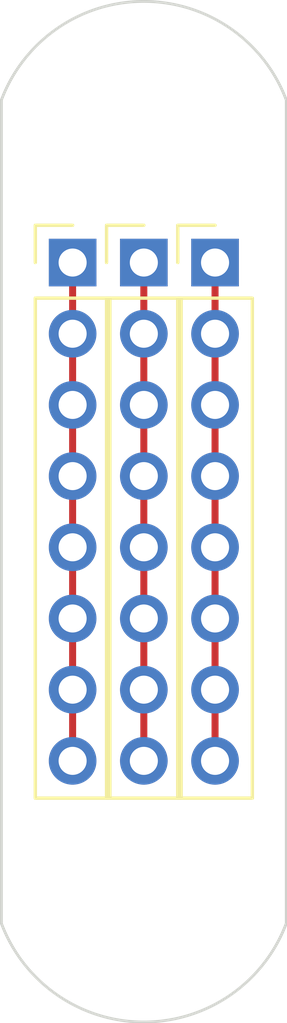
<source format=kicad_pcb>
(kicad_pcb (version 20221018) (generator pcbnew)
  (layers (0 "F.Cu" signal) (31 "B.Cu" signal) (34 "B.Paste" user) (35 "F.Paste" user) (36 "B.SilkS" user "B.Silkscreen") (37 "F.SilkS" user "F.Silkscreen") (38 "B.Mask" user) (39 "F.Mask" user) (44 "Edge.Cuts" user))
  (net 0 "")
  (net 1 "Net-(J1-Pin_1)")
  (net 2 "Net-(J2-Pin_1)")
  (net 3 "Net-(J3-Pin_1)")
  (footprint "Connector_PinHeader_2.54mm:PinHeader_1x08_P2.54mm_Vertical" (layer "F.Cu") (at 115.08 60)
    (fp_text reference "J3" hide)
    (fp_text value "Conn_01x08_Pin" hide)
    (fp_line (start -1.33 -1.33) (end 0 -1.33) (stroke (width 0.12)) (layer "F.SilkS"))
    (fp_line (start -1.33 0) (end -1.33 -1.33) (stroke (width 0.12)) (layer "F.SilkS"))
    (fp_line (start -1.33 1.27) (end -1.33 19.11) (stroke (width 0.12)) (layer "F.SilkS"))
    (fp_line (start -1.33 1.27) (end 1.33 1.27) (stroke (width 0.12)) (layer "F.SilkS"))
    (fp_line (start -1.33 19.11) (end 1.33 19.11) (stroke (width 0.12)) (layer "F.SilkS"))
    (fp_line (start 1.33 1.27) (end 1.33 19.11) (stroke (width 0.12)) (layer "F.SilkS"))
    (pad "1" thru_hole rect (at 0 0) (size 1.7 1.7) (drill 1) (layers "*.Cu" "*.Mask") (net 3 "Net-(J3-Pin_1)"))
    (pad "2" thru_hole oval (at 0 2.54) (size 1.7 1.7) (drill 1) (layers "*.Cu" "*.Mask") (net 3 "Net-(J3-Pin_1)"))
    (pad "3" thru_hole oval (at 0 5.08) (size 1.7 1.7) (drill 1) (layers "*.Cu" "*.Mask") (net 3 "Net-(J3-Pin_1)"))
    (pad "4" thru_hole oval (at 0 7.62) (size 1.7 1.7) (drill 1) (layers "*.Cu" "*.Mask") (net 3 "Net-(J3-Pin_1)"))
    (pad "5" thru_hole oval (at 0 10.16) (size 1.7 1.7) (drill 1) (layers "*.Cu" "*.Mask") (net 3 "Net-(J3-Pin_1)"))
    (pad "6" thru_hole oval (at 0 12.7) (size 1.7 1.7) (drill 1) (layers "*.Cu" "*.Mask") (net 3 "Net-(J3-Pin_1)"))
    (pad "7" thru_hole oval (at 0 15.24) (size 1.7 1.7) (drill 1) (layers "*.Cu" "*.Mask") (net 3 "Net-(J3-Pin_1)"))
    (pad "8" thru_hole oval (at 0 17.78) (size 1.7 1.7) (drill 1) (layers "*.Cu" "*.Mask") (net 3 "Net-(J3-Pin_1)"))
  )
  (footprint "MountingHole:MountingHole_2.7mm_M2.5" (layer "F.Cu") (at 112.54 54.92)
    (fp_text reference "H1" hide)
    (fp_text value "MountingHole" hide)
    (pad "" np_thru_hole circle (at 0 0) (size 2.7 2.7) (drill 2.7) (layers "*.Cu" "*.Mask"))
  )
  (footprint "Connector_PinHeader_2.54mm:PinHeader_1x08_P2.54mm_Vertical" (layer "F.Cu") (at 112.54 60)
    (fp_text reference "J2" hide)
    (fp_text value "Conn_01x08_Pin" hide)
    (fp_line (start -1.33 -1.33) (end 0 -1.33) (stroke (width 0.12)) (layer "F.SilkS"))
    (fp_line (start -1.33 0) (end -1.33 -1.33) (stroke (width 0.12)) (layer "F.SilkS"))
    (fp_line (start -1.33 1.27) (end -1.33 19.11) (stroke (width 0.12)) (layer "F.SilkS"))
    (fp_line (start -1.33 1.27) (end 1.33 1.27) (stroke (width 0.12)) (layer "F.SilkS"))
    (fp_line (start -1.33 19.11) (end 1.33 19.11) (stroke (width 0.12)) (layer "F.SilkS"))
    (fp_line (start 1.33 1.27) (end 1.33 19.11) (stroke (width 0.12)) (layer "F.SilkS"))
    (pad "1" thru_hole rect (at 0 0) (size 1.7 1.7) (drill 1) (layers "*.Cu" "*.Mask") (net 2 "Net-(J2-Pin_1)"))
    (pad "2" thru_hole oval (at 0 2.54) (size 1.7 1.7) (drill 1) (layers "*.Cu" "*.Mask") (net 2 "Net-(J2-Pin_1)"))
    (pad "3" thru_hole oval (at 0 5.08) (size 1.7 1.7) (drill 1) (layers "*.Cu" "*.Mask") (net 2 "Net-(J2-Pin_1)"))
    (pad "4" thru_hole oval (at 0 7.62) (size 1.7 1.7) (drill 1) (layers "*.Cu" "*.Mask") (net 2 "Net-(J2-Pin_1)"))
    (pad "5" thru_hole oval (at 0 10.16) (size 1.7 1.7) (drill 1) (layers "*.Cu" "*.Mask") (net 2 "Net-(J2-Pin_1)"))
    (pad "6" thru_hole oval (at 0 12.7) (size 1.7 1.7) (drill 1) (layers "*.Cu" "*.Mask") (net 2 "Net-(J2-Pin_1)"))
    (pad "7" thru_hole oval (at 0 15.24) (size 1.7 1.7) (drill 1) (layers "*.Cu" "*.Mask") (net 2 "Net-(J2-Pin_1)"))
    (pad "8" thru_hole oval (at 0 17.78) (size 1.7 1.7) (drill 1) (layers "*.Cu" "*.Mask") (net 2 "Net-(J2-Pin_1)"))
  )
  (footprint "MountingHole:MountingHole_2.7mm_M2.5" (layer "F.Cu") (at 112.54 82.86)
    (fp_text reference "H2" hide)
    (fp_text value "MountingHole" hide)
    (pad "" np_thru_hole circle (at 0 0) (size 2.7 2.7) (drill 2.7) (layers "*.Cu" "*.Mask"))
  )
  (footprint "Connector_PinHeader_2.54mm:PinHeader_1x08_P2.54mm_Vertical" (layer "F.Cu") (at 110 60)
    (fp_text reference "J1" hide)
    (fp_text value "Conn_01x08_Pin" hide)
    (fp_line (start -1.33 -1.33) (end 0 -1.33) (stroke (width 0.12)) (layer "F.SilkS"))
    (fp_line (start -1.33 0) (end -1.33 -1.33) (stroke (width 0.12)) (layer "F.SilkS"))
    (fp_line (start -1.33 1.27) (end -1.33 19.11) (stroke (width 0.12)) (layer "F.SilkS"))
    (fp_line (start -1.33 1.27) (end 1.33 1.27) (stroke (width 0.12)) (layer "F.SilkS"))
    (fp_line (start -1.33 19.11) (end 1.33 19.11) (stroke (width 0.12)) (layer "F.SilkS"))
    (fp_line (start 1.33 1.27) (end 1.33 19.11) (stroke (width 0.12)) (layer "F.SilkS"))
    (pad "1" thru_hole rect (at 0 0) (size 1.7 1.7) (drill 1) (layers "*.Cu" "*.Mask") (net 1 "Net-(J1-Pin_1)"))
    (pad "2" thru_hole oval (at 0 2.54) (size 1.7 1.7) (drill 1) (layers "*.Cu" "*.Mask") (net 1 "Net-(J1-Pin_1)"))
    (pad "3" thru_hole oval (at 0 5.08) (size 1.7 1.7) (drill 1) (layers "*.Cu" "*.Mask") (net 1 "Net-(J1-Pin_1)"))
    (pad "4" thru_hole oval (at 0 7.62) (size 1.7 1.7) (drill 1) (layers "*.Cu" "*.Mask") (net 1 "Net-(J1-Pin_1)"))
    (pad "5" thru_hole oval (at 0 10.16) (size 1.7 1.7) (drill 1) (layers "*.Cu" "*.Mask") (net 1 "Net-(J1-Pin_1)"))
    (pad "6" thru_hole oval (at 0 12.7) (size 1.7 1.7) (drill 1) (layers "*.Cu" "*.Mask") (net 1 "Net-(J1-Pin_1)"))
    (pad "7" thru_hole oval (at 0 15.24) (size 1.7 1.7) (drill 1) (layers "*.Cu" "*.Mask") (net 1 "Net-(J1-Pin_1)"))
    (pad "8" thru_hole oval (at 0 17.78) (size 1.7 1.7) (drill 1) (layers "*.Cu" "*.Mask") (net 1 "Net-(J1-Pin_1)"))
  )
  (gr_line (start 117.62 54.2) (end 117.62 83.58) (stroke (width 0.1)) (layer "Edge.Cuts"))
  (gr_arc (start 117.62 83.58) (mid 112.54 87.098021) (end 107.46 83.58) (stroke (width 0.1)) (layer "Edge.Cuts"))
  (gr_arc (start 107.46 54.2) (mid 112.54 50.681979) (end 117.62 54.2) (stroke (width 0.1)) (layer "Edge.Cuts"))
  (gr_line (start 107.46 54.2) (end 107.46 83.58) (stroke (width 0.1)) (layer "Edge.Cuts"))
  (segment (start 110 65.08) (end 110 67.62) (width 0.25) (layer "F.Cu") (net 1))
  (segment (start 110 67.62) (end 110 70.16) (width 0.25) (layer "F.Cu") (net 1))
  (segment (start 110 60) (end 110 62.54) (width 0.25) (layer "F.Cu") (net 1))
  (segment (start 110 62.54) (end 110 65.08) (width 0.25) (layer "F.Cu") (net 1))
  (segment (start 110 75.24) (end 110 77.78) (width 0.25) (layer "F.Cu") (net 1))
  (segment (start 110 72.7) (end 110 75.24) (width 0.25) (layer "F.Cu") (net 1))
  (segment (start 110 70.16) (end 110 72.7) (width 0.25) (layer "F.Cu") (net 1))
  (segment (start 112.54 75.24) (end 112.54 77.78) (width 0.25) (layer "F.Cu") (net 2))
  (segment (start 112.54 72.7) (end 112.54 75.24) (width 0.25) (layer "F.Cu") (net 2))
  (segment (start 112.54 70.16) (end 112.54 72.7) (width 0.25) (layer "F.Cu") (net 2))
  (segment (start 112.54 67.62) (end 112.54 70.16) (width 0.25) (layer "F.Cu") (net 2))
  (segment (start 112.54 62.54) (end 112.54 65.08) (width 0.25) (layer "F.Cu") (net 2))
  (segment (start 112.54 65.08) (end 112.54 67.62) (width 0.25) (layer "F.Cu") (net 2))
  (segment (start 112.54 60) (end 112.54 62.54) (width 0.25) (layer "F.Cu") (net 2))
  (segment (start 115.08 75.24) (end 115.08 72.7) (width 0.25) (layer "F.Cu") (net 3))
  (segment (start 115.08 62.54) (end 115.08 60) (width 0.25) (layer "F.Cu") (net 3))
  (segment (start 115.08 70.16) (end 115.08 67.62) (width 0.25) (layer "F.Cu") (net 3))
  (segment (start 115.08 77.78) (end 115.08 75.24) (width 0.25) (layer "F.Cu") (net 3))
  (segment (start 115.08 65.08) (end 115.08 62.54) (width 0.25) (layer "F.Cu") (net 3))
  (segment (start 115.08 72.7) (end 115.08 70.16) (width 0.25) (layer "F.Cu") (net 3))
  (segment (start 115.08 67.62) (end 115.08 65.08) (width 0.25) (layer "F.Cu") (net 3))
)
</source>
